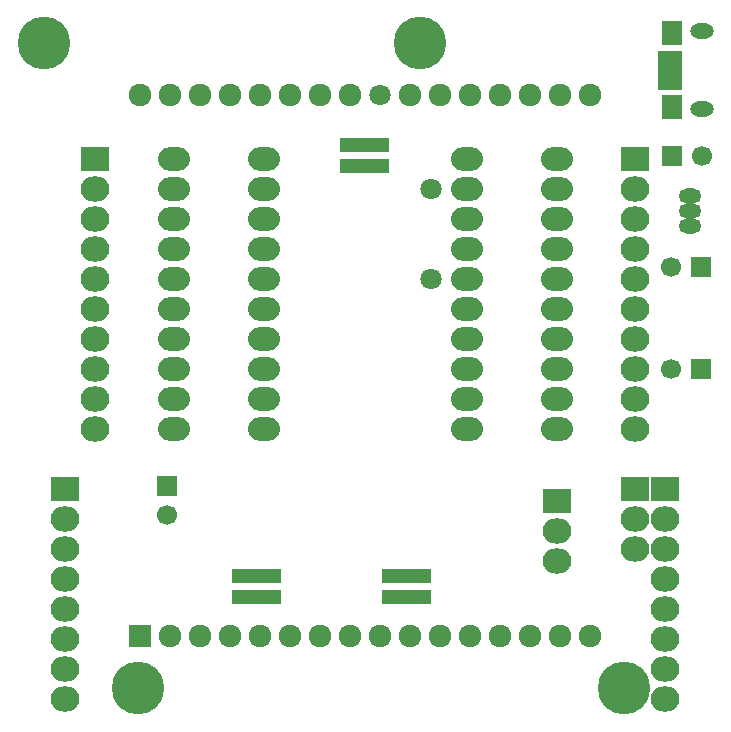
<source format=gbr>
G04 #@! TF.FileFunction,Soldermask,Bot*
%FSLAX46Y46*%
G04 Gerber Fmt 4.6, Leading zero omitted, Abs format (unit mm)*
G04 Created by KiCad (PCBNEW (2015-11-29 BZR 6336, Git 7b0d981)-product) date 12/9/2015 5:57:17 PM*
%MOMM*%
G01*
G04 APERTURE LIST*
%ADD10C,0.100000*%
%ADD11R,2.432000X2.127200*%
%ADD12O,2.432000X2.127200*%
%ADD13C,1.924000*%
%ADD14R,1.924000X1.924000*%
%ADD15C,1.797000*%
%ADD16O,2.700000X2.000000*%
%ADD17R,1.700000X1.700000*%
%ADD18C,1.700000*%
%ADD19O,1.901140X1.299160*%
%ADD20R,0.700000X1.200000*%
%ADD21R,2.000000X0.800000*%
%ADD22R,1.800000X2.000000*%
%ADD23O,2.000000X1.300000*%
%ADD24C,4.464000*%
G04 APERTURE END LIST*
D10*
D11*
X170688000Y-93980000D03*
D12*
X170688000Y-96520000D03*
X170688000Y-99060000D03*
X170688000Y-101600000D03*
X170688000Y-104140000D03*
X170688000Y-106680000D03*
X170688000Y-109220000D03*
X170688000Y-111760000D03*
D13*
X164378640Y-60655200D03*
X161838640Y-60655200D03*
X159298640Y-60655200D03*
X156758640Y-60655200D03*
X154218640Y-60655200D03*
X151678640Y-60655200D03*
X149138640Y-60655200D03*
X144058640Y-60655200D03*
X141518640Y-60655200D03*
X138978640Y-60655200D03*
X136438640Y-60655200D03*
X133898640Y-60655200D03*
X131358640Y-60655200D03*
X128818640Y-60655200D03*
X126278640Y-60655200D03*
X164388800Y-106426000D03*
X161848800Y-106426000D03*
X159308800Y-106426000D03*
X156768800Y-106426000D03*
X154228800Y-106426000D03*
X151688800Y-106426000D03*
X149148800Y-106426000D03*
X146608800Y-106426000D03*
X144068800Y-106426000D03*
X141528800Y-106426000D03*
X138988800Y-106426000D03*
X136448800Y-106426000D03*
X133908800Y-106426000D03*
X131368800Y-106426000D03*
X128828800Y-106426000D03*
D14*
X126288800Y-106426000D03*
D15*
X146598640Y-60655200D03*
D16*
X161544000Y-66040000D03*
X161544000Y-68580000D03*
X161544000Y-71120000D03*
X161544000Y-73660000D03*
X161544000Y-76200000D03*
X161544000Y-78740000D03*
X161544000Y-81280000D03*
X161544000Y-83820000D03*
X161544000Y-86360000D03*
X161544000Y-88900000D03*
X153924000Y-88900000D03*
X153924000Y-86360000D03*
X153924000Y-83820000D03*
X153924000Y-81280000D03*
X153924000Y-78740000D03*
X153924000Y-76200000D03*
X153924000Y-73660000D03*
X153924000Y-71120000D03*
X153924000Y-68580000D03*
X153924000Y-66040000D03*
D17*
X171323000Y-65786000D03*
D18*
X173823000Y-65786000D03*
D17*
X173736000Y-83820000D03*
D18*
X171236000Y-83820000D03*
D17*
X128524000Y-93726000D03*
D18*
X128524000Y-96226000D03*
D17*
X173736000Y-75184000D03*
D18*
X171236000Y-75184000D03*
D11*
X161544000Y-94996000D03*
D12*
X161544000Y-97536000D03*
X161544000Y-100076000D03*
D19*
X172847000Y-70485000D03*
X172847000Y-71755000D03*
X172847000Y-69215000D03*
D16*
X136779000Y-66040000D03*
X136779000Y-68580000D03*
X136779000Y-71120000D03*
X136779000Y-73660000D03*
X136779000Y-76200000D03*
X136779000Y-78740000D03*
X136779000Y-81280000D03*
X136779000Y-83820000D03*
X136779000Y-86360000D03*
X136779000Y-88900000D03*
X129159000Y-88900000D03*
X129159000Y-86360000D03*
X129159000Y-83820000D03*
X129159000Y-81280000D03*
X129159000Y-78740000D03*
X129159000Y-76200000D03*
X129159000Y-73660000D03*
X129159000Y-71120000D03*
X129159000Y-68580000D03*
X129159000Y-66040000D03*
D11*
X122428000Y-66040000D03*
D12*
X122428000Y-68580000D03*
X122428000Y-71120000D03*
X122428000Y-73660000D03*
X122428000Y-76200000D03*
X122428000Y-78740000D03*
X122428000Y-81280000D03*
X122428000Y-83820000D03*
X122428000Y-86360000D03*
X122428000Y-88900000D03*
D11*
X168148000Y-66040000D03*
D12*
X168148000Y-68580000D03*
X168148000Y-71120000D03*
X168148000Y-73660000D03*
X168148000Y-76200000D03*
X168148000Y-78740000D03*
X168148000Y-81280000D03*
X168148000Y-83820000D03*
X168148000Y-86360000D03*
X168148000Y-88900000D03*
D15*
X150876000Y-68580000D03*
X150876000Y-76200000D03*
D20*
X147094000Y-101335000D03*
X147094000Y-103135000D03*
X150594000Y-101335000D03*
X150594000Y-103135000D03*
X147594000Y-101335000D03*
X148094000Y-101335000D03*
X148594000Y-101335000D03*
X149094000Y-101335000D03*
X149594000Y-101335000D03*
X150094000Y-101335000D03*
X147594000Y-103135000D03*
X148094000Y-103135000D03*
X148594000Y-103135000D03*
X149594000Y-103135000D03*
X149094000Y-103135000D03*
X150094000Y-103135000D03*
X143538000Y-64886000D03*
X143538000Y-66686000D03*
X147038000Y-64886000D03*
X147038000Y-66686000D03*
X144038000Y-64886000D03*
X144538000Y-64886000D03*
X145038000Y-64886000D03*
X145538000Y-64886000D03*
X146038000Y-64886000D03*
X146538000Y-64886000D03*
X144038000Y-66686000D03*
X144538000Y-66686000D03*
X145038000Y-66686000D03*
X146038000Y-66686000D03*
X145538000Y-66686000D03*
X146538000Y-66686000D03*
X134394000Y-101335000D03*
X134394000Y-103135000D03*
X137894000Y-101335000D03*
X137894000Y-103135000D03*
X134894000Y-101335000D03*
X135394000Y-101335000D03*
X135894000Y-101335000D03*
X136394000Y-101335000D03*
X136894000Y-101335000D03*
X137394000Y-101335000D03*
X134894000Y-103135000D03*
X135394000Y-103135000D03*
X135894000Y-103135000D03*
X136894000Y-103135000D03*
X136394000Y-103135000D03*
X137394000Y-103135000D03*
D21*
X171157460Y-57246100D03*
X171157460Y-57896100D03*
X171157460Y-58546100D03*
X171157460Y-59196100D03*
X171157460Y-59846100D03*
D22*
X171270000Y-55397000D03*
X171270000Y-61697000D03*
D23*
X173857460Y-55247000D03*
X173857460Y-61847000D03*
D24*
X118110000Y-56261000D03*
X167259000Y-110871000D03*
X149987000Y-56261000D03*
X126111000Y-110871000D03*
D11*
X119888000Y-93980000D03*
D12*
X119888000Y-96520000D03*
X119888000Y-99060000D03*
X119888000Y-101600000D03*
X119888000Y-104140000D03*
X119888000Y-106680000D03*
X119888000Y-109220000D03*
X119888000Y-111760000D03*
D11*
X168148000Y-93980000D03*
D12*
X168148000Y-96520000D03*
X168148000Y-99060000D03*
M02*

</source>
